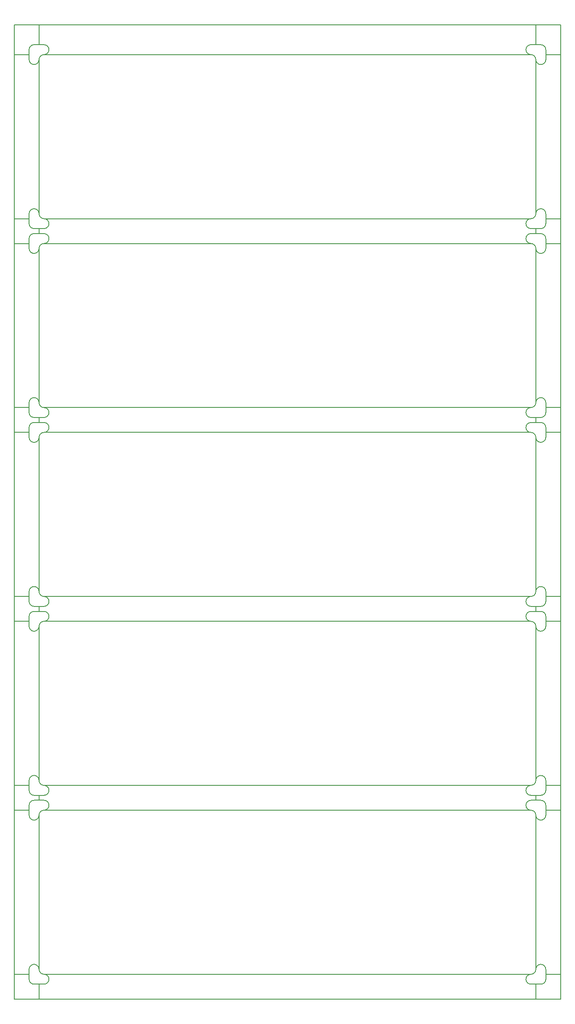
<source format=gko>
G04*
G04 #@! TF.GenerationSoftware,Altium Limited,Altium Designer,22.1.2 (22)*
G04*
G04 Layer_Color=16711935*
%FSLAX44Y44*%
%MOMM*%
G71*
G04*
G04 #@! TF.SameCoordinates,E043F6CF-6A60-43DD-A528-41309D8B8766*
G04*
G04*
G04 #@! TF.FilePolarity,Positive*
G04*
G01*
G75*
%ADD70C,0.2032*%
%ADD90C,0.2000*%
D70*
X70000Y800000D02*
G03*
X60000Y810000I-10000J0D01*
G01*
Y790000D02*
G03*
X70000Y800000I0J10000D01*
G01*
X50000Y820000D02*
G03*
X40000Y830000I-10000J0D01*
G01*
D02*
G03*
X30000Y820000I0J-10000D01*
G01*
Y800000D02*
G03*
X40000Y790000I10000J0D01*
G01*
Y740000D02*
G03*
X50000Y750000I0J10000D01*
G01*
X30000D02*
G03*
X40000Y740000I10000J0D01*
G01*
X60000Y760000D02*
G03*
X70000Y770000I0J10000D01*
G01*
D02*
G03*
X60000Y780000I-10000J0D01*
G01*
X40000D02*
G03*
X30000Y770000I0J-10000D01*
G01*
X70000Y420000D02*
G03*
X60000Y430000I-10000J0D01*
G01*
Y410000D02*
G03*
X70000Y420000I0J10000D01*
G01*
X50000Y440000D02*
G03*
X40000Y450000I-10000J0D01*
G01*
D02*
G03*
X30000Y440000I0J-10000D01*
G01*
Y420000D02*
G03*
X40000Y410000I10000J0D01*
G01*
Y360000D02*
G03*
X50000Y370000I0J10000D01*
G01*
X30000D02*
G03*
X40000Y360000I10000J0D01*
G01*
X60000Y380000D02*
G03*
X70000Y390000I0J10000D01*
G01*
D02*
G03*
X60000Y400000I-10000J0D01*
G01*
X40000D02*
G03*
X30000Y390000I0J-10000D01*
G01*
X70000Y40000D02*
G03*
X60000Y50000I-10000J0D01*
G01*
Y30000D02*
G03*
X70000Y40000I0J10000D01*
G01*
X50000Y60000D02*
G03*
X40000Y70000I-10000J0D01*
G01*
D02*
G03*
X30000Y60000I0J-10000D01*
G01*
Y40000D02*
G03*
X40000Y30000I10000J0D01*
G01*
X1060000Y70000D02*
G03*
X1050000Y60000I0J-10000D01*
G01*
X1070000D02*
G03*
X1060000Y70000I-10000J0D01*
G01*
X1040000Y50000D02*
G03*
X1030000Y40000I0J-10000D01*
G01*
D02*
G03*
X1040000Y30000I10000J0D01*
G01*
X1060000D02*
G03*
X1070000Y40000I0J10000D01*
G01*
X1030000Y390000D02*
G03*
X1040000Y380000I10000J0D01*
G01*
Y400000D02*
G03*
X1030000Y390000I0J-10000D01*
G01*
X1050000Y370000D02*
G03*
X1060000Y360000I10000J0D01*
G01*
D02*
G03*
X1070000Y370000I0J10000D01*
G01*
Y390000D02*
G03*
X1060000Y400000I-10000J0D01*
G01*
Y450000D02*
G03*
X1050000Y440000I0J-10000D01*
G01*
X1070000D02*
G03*
X1060000Y450000I-10000J0D01*
G01*
X1040000Y430000D02*
G03*
X1030000Y420000I0J-10000D01*
G01*
D02*
G03*
X1040000Y410000I10000J0D01*
G01*
X1060000D02*
G03*
X1070000Y420000I0J10000D01*
G01*
X1030000Y770000D02*
G03*
X1040000Y760000I10000J0D01*
G01*
Y780000D02*
G03*
X1030000Y770000I0J-10000D01*
G01*
X1050000Y750000D02*
G03*
X1060000Y740000I10000J0D01*
G01*
D02*
G03*
X1070000Y750000I0J10000D01*
G01*
Y770000D02*
G03*
X1060000Y780000I-10000J0D01*
G01*
Y830000D02*
G03*
X1050000Y820000I0J-10000D01*
G01*
X1070000D02*
G03*
X1060000Y830000I-10000J0D01*
G01*
X1040000Y810000D02*
G03*
X1030000Y800000I0J-10000D01*
G01*
D02*
G03*
X1040000Y790000I10000J0D01*
G01*
X1060000D02*
G03*
X1070000Y800000I0J10000D01*
G01*
X1030000Y1150000D02*
G03*
X1040000Y1140000I10000J0D01*
G01*
Y1160000D02*
G03*
X1030000Y1150000I0J-10000D01*
G01*
X1050000Y1130000D02*
G03*
X1060000Y1120000I10000J0D01*
G01*
D02*
G03*
X1070000Y1130000I0J10000D01*
G01*
Y1150000D02*
G03*
X1060000Y1160000I-10000J0D01*
G01*
Y1210000D02*
G03*
X1050000Y1200000I0J-10000D01*
G01*
X1070000D02*
G03*
X1060000Y1210000I-10000J0D01*
G01*
X1040000Y1190000D02*
G03*
X1030000Y1180000I0J-10000D01*
G01*
D02*
G03*
X1040000Y1170000I10000J0D01*
G01*
X1060000D02*
G03*
X1070000Y1180000I0J10000D01*
G01*
X1030000Y1530000D02*
G03*
X1040000Y1520000I10000J0D01*
G01*
Y1540000D02*
G03*
X1030000Y1530000I0J-10000D01*
G01*
X1050000Y1510000D02*
G03*
X1060000Y1500000I10000J0D01*
G01*
D02*
G03*
X1070000Y1510000I0J10000D01*
G01*
Y1530000D02*
G03*
X1060000Y1540000I-10000J0D01*
G01*
Y1590000D02*
G03*
X1050000Y1580000I0J-10000D01*
G01*
X1070000D02*
G03*
X1060000Y1590000I-10000J0D01*
G01*
X1040000Y1570000D02*
G03*
X1030000Y1560000I0J-10000D01*
G01*
D02*
G03*
X1040000Y1550000I10000J0D01*
G01*
X1060000D02*
G03*
X1070000Y1560000I0J10000D01*
G01*
X1030000Y1910000D02*
G03*
X1040000Y1900000I10000J0D01*
G01*
Y1920000D02*
G03*
X1030000Y1910000I0J-10000D01*
G01*
X1050000Y1890000D02*
G03*
X1060000Y1880000I10000J0D01*
G01*
D02*
G03*
X1070000Y1890000I0J10000D01*
G01*
Y1910000D02*
G03*
X1060000Y1920000I-10000J0D01*
G01*
X40000Y1880000D02*
G03*
X50000Y1890000I0J10000D01*
G01*
X30000D02*
G03*
X40000Y1880000I10000J0D01*
G01*
X60000Y1900000D02*
G03*
X70000Y1910000I0J10000D01*
G01*
D02*
G03*
X60000Y1920000I-10000J0D01*
G01*
X40000D02*
G03*
X30000Y1910000I0J-10000D01*
G01*
X70000Y1560000D02*
G03*
X60000Y1570000I-10000J0D01*
G01*
Y1550000D02*
G03*
X70000Y1560000I0J10000D01*
G01*
X50000Y1580000D02*
G03*
X40000Y1590000I-10000J0D01*
G01*
D02*
G03*
X30000Y1580000I0J-10000D01*
G01*
Y1560000D02*
G03*
X40000Y1550000I10000J0D01*
G01*
Y1500000D02*
G03*
X50000Y1510000I0J10000D01*
G01*
X30000D02*
G03*
X40000Y1500000I10000J0D01*
G01*
X60000Y1520000D02*
G03*
X70000Y1530000I0J10000D01*
G01*
D02*
G03*
X60000Y1540000I-10000J0D01*
G01*
X40000D02*
G03*
X30000Y1530000I0J-10000D01*
G01*
X70000Y1180000D02*
G03*
X60000Y1190000I-10000J0D01*
G01*
Y1170000D02*
G03*
X70000Y1180000I0J10000D01*
G01*
X50000Y1200000D02*
G03*
X40000Y1210000I-10000J0D01*
G01*
D02*
G03*
X30000Y1200000I0J-10000D01*
G01*
Y1180000D02*
G03*
X40000Y1170000I10000J0D01*
G01*
Y1160000D02*
G03*
X30000Y1150000I0J-10000D01*
G01*
X70000D02*
G03*
X60000Y1160000I-10000J0D01*
G01*
Y1140000D02*
G03*
X70000Y1150000I0J10000D01*
G01*
X30000Y1130000D02*
G03*
X40000Y1120000I10000J0D01*
G01*
D02*
G03*
X50000Y1130000I0J10000D01*
G01*
X1050000Y1920000D02*
Y1960000D01*
Y1540000D02*
Y1550000D01*
Y1160000D02*
Y1170000D01*
Y780000D02*
Y790000D01*
Y400000D02*
Y410000D01*
Y0D02*
Y30000D01*
X50000Y0D02*
Y30000D01*
Y400000D02*
Y410000D01*
Y780000D02*
Y790000D01*
Y1160000D02*
Y1170000D01*
Y1540000D02*
Y1550000D01*
Y1920000D02*
Y1960000D01*
X0Y1190000D02*
X30000D01*
X0Y1520000D02*
X30000D01*
X0Y1570000D02*
X30000D01*
X0Y1900000D02*
X30000D01*
X1070000D02*
X1100000D01*
X1070000Y1570000D02*
X1100000D01*
X1070000Y1520000D02*
X1100000D01*
X1070000Y1190000D02*
X1100000D01*
X1070000Y1140000D02*
X1100000D01*
X1070000Y810000D02*
X1100000D01*
X1070000Y760000D02*
X1100000D01*
X1070000Y430000D02*
X1100000D01*
X1070000Y380000D02*
X1100000D01*
X1070000Y50000D02*
X1100000D01*
X0D02*
X30000D01*
X0Y380000D02*
X30000D01*
X0Y430000D02*
X30000D01*
X0Y760000D02*
X30000D01*
X0Y810000D02*
X30000D01*
X60000Y1900000D02*
X1040000D01*
X60000Y1570000D02*
X1040000D01*
X60000Y1520000D02*
X1040000D01*
X60000Y1190000D02*
X1040000D01*
X60000Y1140000D02*
X1040000D01*
X60000Y810000D02*
X1040000D01*
X60000Y760000D02*
X1040000D01*
X60000Y430000D02*
X1040000D01*
X60000Y380000D02*
X1040000D01*
X60000Y50000D02*
X1040000D01*
X1100000D02*
Y1900000D01*
X40000Y790000D02*
X60000D01*
X30000Y800000D02*
Y820000D01*
Y750000D02*
Y770000D01*
X40000Y780000D02*
X60000D01*
X40000Y410000D02*
X60000D01*
X30000Y420000D02*
Y440000D01*
Y370000D02*
Y390000D01*
X40000Y400000D02*
X60000D01*
X40000Y30000D02*
X60000D01*
X30000Y40000D02*
Y60000D01*
X1070000Y40000D02*
Y60000D01*
X1040000Y30000D02*
X1060000D01*
X1040000Y400000D02*
X1060000D01*
X1070000Y370000D02*
Y390000D01*
Y420000D02*
Y440000D01*
X1040000Y410000D02*
X1060000D01*
X1040000Y780000D02*
X1060000D01*
X1070000Y750000D02*
Y770000D01*
Y800000D02*
Y820000D01*
X1040000Y790000D02*
X1060000D01*
X1040000Y1160000D02*
X1060000D01*
X1070000Y1130000D02*
Y1150000D01*
Y1180000D02*
Y1200000D01*
X1040000Y1170000D02*
X1060000D01*
X1040000Y1540000D02*
X1060000D01*
X1070000Y1510000D02*
Y1530000D01*
Y1560000D02*
Y1580000D01*
X1040000Y1550000D02*
X1060000D01*
X1040000Y1920000D02*
X1060000D01*
X1070000Y1890000D02*
Y1910000D01*
X30000Y1890000D02*
Y1910000D01*
X40000Y1920000D02*
X60000D01*
X40000Y1550000D02*
X60000D01*
X30000Y1560000D02*
Y1580000D01*
Y1510000D02*
Y1530000D01*
X40000Y1540000D02*
X60000D01*
X40000Y1170000D02*
X60000D01*
X30000Y1180000D02*
Y1200000D01*
X0Y1140000D02*
X30000D01*
X40000Y1160000D02*
X60000D01*
X30000Y1130000D02*
Y1150000D01*
X60000Y760000D02*
X1040000Y760000D01*
X0Y1900000D02*
Y1960000D01*
X1100000D01*
Y1900000D02*
Y1960000D01*
Y0D02*
Y50000D01*
X0Y0D02*
X1100000D01*
X0D02*
Y50000D01*
Y1900000D01*
D90*
X60000Y380000D02*
G03*
X50000Y370000I0J-10000D01*
G01*
Y60000D02*
G03*
X60000Y50000I10000J0D01*
G01*
X1040000D02*
G03*
X1050000Y60000I0J10000D01*
G01*
X1050000Y370000D02*
G03*
X1040000Y380000I-10000J0D01*
G01*
X50000Y60000D02*
Y370000D01*
X60000Y380000D02*
X550000D01*
X60000Y50000D02*
X550000D01*
X1040000D01*
X1050000Y60000D02*
Y370000D01*
X550000Y380000D02*
X1040000D01*
X60000Y760000D02*
G03*
X50000Y750000I0J-10000D01*
G01*
Y440000D02*
G03*
X60000Y430000I10000J0D01*
G01*
X1040000D02*
G03*
X1050000Y440000I0J10000D01*
G01*
X1050000Y750000D02*
G03*
X1040000Y760000I-10000J0D01*
G01*
X50000Y440000D02*
Y750000D01*
X60000Y760000D02*
X550000D01*
X60000Y430000D02*
X550000D01*
X1040000D01*
X1050000Y440000D02*
Y750000D01*
X550000Y760000D02*
X1040000D01*
X60000Y1140000D02*
G03*
X50000Y1130000I0J-10000D01*
G01*
Y820000D02*
G03*
X60000Y810000I10000J0D01*
G01*
X1040000D02*
G03*
X1050000Y820000I0J10000D01*
G01*
X1050000Y1130000D02*
G03*
X1040000Y1140000I-10000J0D01*
G01*
X50000Y820000D02*
Y1130000D01*
X60000Y1140000D02*
X550000D01*
X60000Y810000D02*
X550000D01*
X1040000D01*
X1050000Y820000D02*
Y1130000D01*
X550000Y1140000D02*
X1040000D01*
X60000Y1520000D02*
G03*
X50000Y1510000I0J-10000D01*
G01*
Y1200000D02*
G03*
X60000Y1190000I10000J0D01*
G01*
X1040000D02*
G03*
X1050000Y1200000I0J10000D01*
G01*
X1050000Y1510000D02*
G03*
X1040000Y1520000I-10000J0D01*
G01*
X50000Y1200000D02*
Y1510000D01*
X60000Y1520000D02*
X550000D01*
X60000Y1190000D02*
X550000D01*
X1040000D01*
X1050000Y1200000D02*
Y1510000D01*
X550000Y1520000D02*
X1040000D01*
X60000Y1900000D02*
G03*
X50000Y1890000I0J-10000D01*
G01*
Y1580000D02*
G03*
X60000Y1570000I10000J0D01*
G01*
X1040000D02*
G03*
X1050000Y1580000I0J10000D01*
G01*
X1050000Y1890000D02*
G03*
X1040000Y1900000I-10000J0D01*
G01*
X50000Y1580000D02*
Y1890000D01*
X60000Y1900000D02*
X550000D01*
X60000Y1570000D02*
X550000D01*
X1040000D01*
X1050000Y1580000D02*
Y1890000D01*
X550000Y1900000D02*
X1040000D01*
M02*

</source>
